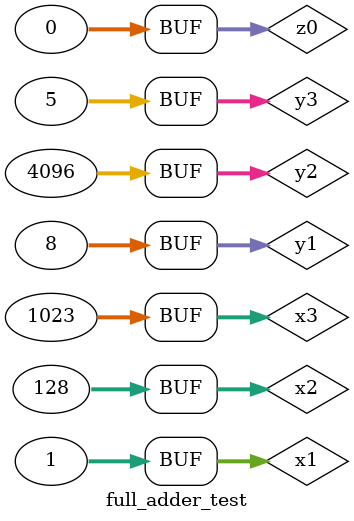
<source format=v>
module ADD_4 //(x,y,cin,sum);
  ( input [31:0] x,
    input [31:0] y,
    input c_in, 
  output  c_out,
  output [31:0] sum);
  
  
   //always @ (x or y or c_in) begin
    assign {c_out, sum} = x + y + c_in;
  
endmodule
//multiplier for 2 bits
module MUL_4( input [1:0] x, y,
             output [1:0] cout, z );
  assign {cout, z} = x * y;
endmodule
//multiplier for 32 bits
module MUL_32( input [31:0] x, y,
              output [31:0] cout, z );
  assign {cout, z} = x * y;
endmodule
//fused multiply add for 32 bits
module FMA_32( input [31:0] x,y,z,
              output [31:0] out );
  wire [31:0] p_co,prod;
  wire s_co, s_cin;
  assign s_cin = 0;
  
  MUL_32 m(x,y,p_co,prod);
  ADD_4  s(prod,z,s_cin,s_co,out);
  
endmodule
//an example
//module full_adder(carry,sum,x,y,z);

	//input  x,y,z;
	//output wire carry,sum;
	//assign {carry,sum}=x+y+z;
//endmodule


  
           
//horner's algorithm for 
//x = (5, 128, 1023)
//y = (6, 4096, 5)

module Horn_32(input [31:0] x1,x2,x3,
               input [31:0] y1,y2,y3,
               input [31:0] z0,
               output [31:0] out);
  
  //reg [31:0] coeff;
  wire [31:0] z1,z2;
 // integer i;
  
  //assign z0 =0;
  //assign z1 = x1*y1;
  //assign z2 = z1 + x2*y2;
 // assign out = z2 + x3*y3;
    
  FMA_32 t1(x1,y1,z0,z1);
  FMA_32 t2(x2,y2,z1,z2);
  FMA_32 t3(x3,y3,z2,out);
  
  //always@(coeff)begin
  //  for ( i=1; i<=32;i++)
  //   out(32-i) = out*()+coeff[i];
 // end
  
           
endmodule 



//test_bench for the FMA and horner's algorithm...

module full_adder_test();

    //reg [31:0] x,y,z, sum,temp_v;
  //reg [31:0] x,y,z,prod,temp_v;
  reg [31:0] x1,x2,x3,y1,y2,y3,z0,out;
	//reg cout, cin,temp;
  
  //ADD_4 m1(x,y,cin,temp, temp_v );
 // ADD_4 m2(temp_v,z,temp,cout,sum);
  //FMA_32 p1(x,y,z,prod);
  
  Horn_32 p1(x1,x2,x3,y1,y2,y3,z2,out);
	initial begin
      $dumpfile("dump.vcd"); $dumpvars;

      // x=4'h0;   y=4'h0;   cin=4'h0;
     // #5 x = 4'h0; y = 4'h1; cin=4'h0;
     // #5 x = 4'ha; y = 4'h3; cin=4'h0;
     // #5 x = 4'ha; y = 4'h9; cin=4'h0;
     // #5 x = 32'hffffffff; y = 4'ha; cin = 0;
     // #20 x = 0; y = 0; cin = 0;
      
      //x=0;y=0;z=0;
     // #5 x=32'h000000ff; y=32'h00000ff0; z=32'h00000400;
      //#20 x = 0;
      
      x1=0;x2=0;x3=0; y1=0;y2=0;y3=0;z0=0;
      #5 x1 = 32'h00000005; x2=32'h00000080; x3 = 32'h000003ff; y1=32'h00000006; y2=32'h00001000; 		             y3=32'h000000005; z0=32'h0;
      #20 x1 = 32'd1; y1=32'd8; 


	end

endmodule

</source>
